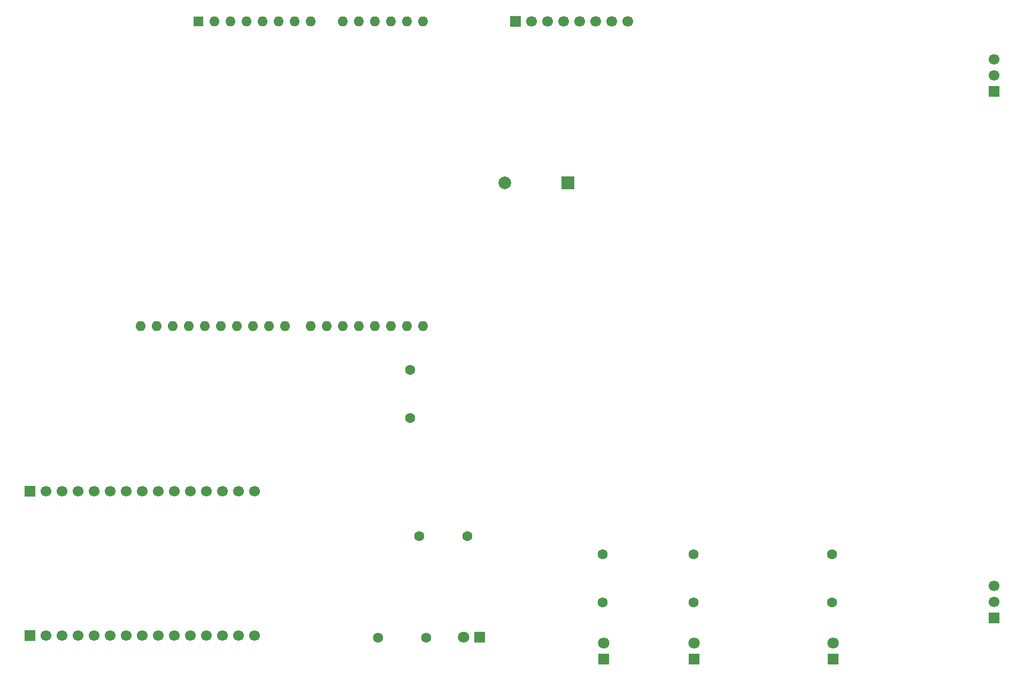
<source format=gbr>
%TF.GenerationSoftware,KiCad,Pcbnew,9.0.7*%
%TF.CreationDate,2026-01-03T22:54:21+01:00*%
%TF.ProjectId,R3Sender,52335365-6e64-4657-922e-6b696361645f,rev?*%
%TF.SameCoordinates,Original*%
%TF.FileFunction,Copper,L1,Top*%
%TF.FilePolarity,Positive*%
%FSLAX46Y46*%
G04 Gerber Fmt 4.6, Leading zero omitted, Abs format (unit mm)*
G04 Created by KiCad (PCBNEW 9.0.7) date 2026-01-03 22:54:21*
%MOMM*%
%LPD*%
G01*
G04 APERTURE LIST*
%TA.AperFunction,ComponentPad*%
%ADD10R,2.000000X2.000000*%
%TD*%
%TA.AperFunction,ComponentPad*%
%ADD11C,2.000000*%
%TD*%
%TA.AperFunction,ComponentPad*%
%ADD12R,1.800000X1.800000*%
%TD*%
%TA.AperFunction,ComponentPad*%
%ADD13C,1.800000*%
%TD*%
%TA.AperFunction,ComponentPad*%
%ADD14R,1.700000X1.700000*%
%TD*%
%TA.AperFunction,ComponentPad*%
%ADD15C,1.700000*%
%TD*%
%TA.AperFunction,ComponentPad*%
%ADD16C,1.600000*%
%TD*%
%TA.AperFunction,ComponentPad*%
%ADD17R,1.600000X1.600000*%
%TD*%
%TA.AperFunction,ComponentPad*%
%ADD18O,1.600000X1.600000*%
%TD*%
G04 APERTURE END LIST*
D10*
%TO.P,BZ1,1,+*%
%TO.N,Net-(A1-D5)*%
X108000000Y-47540000D03*
D11*
%TO.P,BZ1,2,-*%
%TO.N,GND*%
X98000000Y-47540000D03*
%TD*%
D12*
%TO.P,D3,1,K*%
%TO.N,GND*%
X150000000Y-123000000D03*
D13*
%TO.P,D3,2,A*%
%TO.N,Net-(D3-A)*%
X150000000Y-120460000D03*
%TD*%
D14*
%TO.P,J1,1,Pin_1*%
%TO.N,+5V*%
X99720000Y-22000000D03*
D15*
%TO.P,J1,2,Pin_2*%
%TO.N,Net-(A1-D9)*%
X102260000Y-22000000D03*
%TO.P,J1,3,Pin_3*%
%TO.N,GND*%
X104800000Y-22000000D03*
%TO.P,J1,4,Pin_4*%
%TO.N,unconnected-(J1-Pin_4-Pad4)*%
X107340000Y-22000000D03*
%TO.P,J1,5,Pin_5*%
%TO.N,Net-(A1-D12)*%
X109880000Y-22000000D03*
%TO.P,J1,6,Pin_6*%
%TO.N,Net-(A1-D11)*%
X112420000Y-22000000D03*
%TO.P,J1,7,Pin_7*%
%TO.N,Net-(A1-D13)*%
X114960000Y-22000000D03*
%TO.P,J1,8,Pin_8*%
%TO.N,Net-(A1-D10)*%
X117500000Y-22000000D03*
%TD*%
D14*
%TO.P,J4,1,Pin_1*%
%TO.N,unconnected-(J4-Pin_1-Pad1)*%
X22800000Y-119260000D03*
D15*
%TO.P,J4,2,Pin_2*%
%TO.N,GND*%
X25340000Y-119260000D03*
%TO.P,J4,3,Pin_3*%
%TO.N,unconnected-(J4-Pin_3-Pad3)*%
X27880000Y-119260000D03*
%TO.P,J4,4,Pin_4*%
%TO.N,Net-(J4-Pin_4)*%
X30420000Y-119260000D03*
%TO.P,J4,5,Pin_5*%
%TO.N,unconnected-(J4-Pin_5-Pad5)*%
X32960000Y-119260000D03*
%TO.P,J4,6,Pin_6*%
%TO.N,unconnected-(J4-Pin_6-Pad6)*%
X35500000Y-119260000D03*
%TO.P,J4,7,Pin_7*%
%TO.N,unconnected-(J4-Pin_7-Pad7)*%
X38040000Y-119260000D03*
%TO.P,J4,8,Pin_8*%
%TO.N,Net-(J4-Pin_8)*%
X40580000Y-119260000D03*
%TO.P,J4,9,Pin_9*%
%TO.N,unconnected-(J4-Pin_9-Pad9)*%
X43120000Y-119260000D03*
%TO.P,J4,10,Pin_10*%
%TO.N,unconnected-(J4-Pin_10-Pad10)*%
X45660000Y-119260000D03*
%TO.P,J4,11,Pin_11*%
%TO.N,unconnected-(J4-Pin_11-Pad11)*%
X48200000Y-119260000D03*
%TO.P,J4,12,Pin_12*%
%TO.N,unconnected-(J4-Pin_12-Pad12)*%
X50740000Y-119260000D03*
%TO.P,J4,13,Pin_13*%
%TO.N,unconnected-(J4-Pin_13-Pad13)*%
X53280000Y-119260000D03*
%TO.P,J4,14,Pin_14*%
%TO.N,unconnected-(J4-Pin_14-Pad14)*%
X55820000Y-119260000D03*
%TO.P,J4,15,Pin_15*%
%TO.N,unconnected-(J4-Pin_15-Pad15)*%
X58360000Y-119260000D03*
%TD*%
D16*
%TO.P,R2,1*%
%TO.N,Net-(D2-A)*%
X127860000Y-114000000D03*
%TO.P,R2,2*%
%TO.N,Net-(A1-D7)*%
X127860000Y-106380000D03*
%TD*%
%TO.P,R5,1*%
%TO.N,Net-(J4-Pin_4)*%
X83000000Y-84810000D03*
%TO.P,R5,2*%
%TO.N,Net-(A1-D1{slash}TX)*%
X83000000Y-77190000D03*
%TD*%
D17*
%TO.P,A1,1,NC*%
%TO.N,unconnected-(A1-NC-Pad1)*%
X49500000Y-22000000D03*
D18*
%TO.P,A1,2,IOREF*%
%TO.N,unconnected-(A1-IOREF-Pad2)*%
X52040000Y-22000000D03*
%TO.P,A1,3,~{RESET}*%
%TO.N,unconnected-(A1-~{RESET}-Pad3)*%
X54580000Y-22000000D03*
%TO.P,A1,4,3V3*%
%TO.N,unconnected-(A1-3V3-Pad4)*%
X57120000Y-22000000D03*
%TO.P,A1,5,+5V*%
%TO.N,+5V*%
X59660000Y-22000000D03*
%TO.P,A1,6,GND*%
%TO.N,GND*%
X62200000Y-22000000D03*
%TO.P,A1,7,GND*%
X64740000Y-22000000D03*
%TO.P,A1,8,VIN*%
%TO.N,unconnected-(A1-VIN-Pad8)*%
X67280000Y-22000000D03*
%TO.P,A1,9,A0*%
%TO.N,unconnected-(A1-A0-Pad9)*%
X72360000Y-22000000D03*
%TO.P,A1,10,A1*%
%TO.N,unconnected-(A1-A1-Pad10)*%
X74900000Y-22000000D03*
%TO.P,A1,11,A2*%
%TO.N,unconnected-(A1-A2-Pad11)*%
X77440000Y-22000000D03*
%TO.P,A1,12,A3*%
%TO.N,unconnected-(A1-A3-Pad12)*%
X79980000Y-22000000D03*
%TO.P,A1,13,SDA/A4*%
%TO.N,unconnected-(A1-SDA{slash}A4-Pad13)*%
X82520000Y-22000000D03*
%TO.P,A1,14,SCL/A5*%
%TO.N,unconnected-(A1-SCL{slash}A5-Pad14)*%
X85060000Y-22000000D03*
%TO.P,A1,15,D0/RX*%
%TO.N,unconnected-(A1-D0{slash}RX-Pad15)*%
X85060000Y-70260000D03*
%TO.P,A1,16,D1/TX*%
%TO.N,Net-(A1-D1{slash}TX)*%
X82520000Y-70260000D03*
%TO.P,A1,17,D2*%
%TO.N,Net-(A1-D2)*%
X79980000Y-70260000D03*
%TO.P,A1,18,D3*%
%TO.N,Net-(A1-D3)*%
X77440000Y-70260000D03*
%TO.P,A1,19,D4*%
%TO.N,unconnected-(A1-D4-Pad19)*%
X74900000Y-70260000D03*
%TO.P,A1,20,D5*%
%TO.N,Net-(A1-D5)*%
X72360000Y-70260000D03*
%TO.P,A1,21,D6*%
%TO.N,Net-(A1-D6)*%
X69820000Y-70260000D03*
%TO.P,A1,22,D7*%
%TO.N,Net-(A1-D7)*%
X67280000Y-70260000D03*
%TO.P,A1,23,D8*%
%TO.N,Net-(A1-D8)*%
X63220000Y-70260000D03*
%TO.P,A1,24,D9*%
%TO.N,Net-(A1-D9)*%
X60680000Y-70260000D03*
%TO.P,A1,25,D10*%
%TO.N,Net-(A1-D10)*%
X58140000Y-70260000D03*
%TO.P,A1,26,D11*%
%TO.N,Net-(A1-D11)*%
X55600000Y-70260000D03*
%TO.P,A1,27,D12*%
%TO.N,Net-(A1-D12)*%
X53060000Y-70260000D03*
%TO.P,A1,28,D13*%
%TO.N,Net-(A1-D13)*%
X50520000Y-70260000D03*
%TO.P,A1,29,GND*%
%TO.N,GND*%
X47980000Y-70260000D03*
%TO.P,A1,30,AREF*%
%TO.N,unconnected-(A1-AREF-Pad30)*%
X45440000Y-70260000D03*
%TO.P,A1,31,SDA/A4*%
%TO.N,unconnected-(A1-SDA{slash}A4-Pad31)*%
X42900000Y-70260000D03*
%TO.P,A1,32,SCL/A5*%
%TO.N,unconnected-(A1-SCL{slash}A5-Pad32)*%
X40360000Y-70260000D03*
%TD*%
D12*
%TO.P,D4,1,K*%
%TO.N,GND*%
X94000000Y-119500000D03*
D13*
%TO.P,D4,2,A*%
%TO.N,Net-(D4-A)*%
X91460000Y-119500000D03*
%TD*%
D12*
%TO.P,D2,1,K*%
%TO.N,GND*%
X128000000Y-123000000D03*
D13*
%TO.P,D2,2,A*%
%TO.N,Net-(D2-A)*%
X128000000Y-120460000D03*
%TD*%
D16*
%TO.P,R4,1*%
%TO.N,Net-(D4-A)*%
X85570000Y-119640000D03*
%TO.P,R4,2*%
%TO.N,Net-(J4-Pin_8)*%
X77950000Y-119640000D03*
%TD*%
D14*
%TO.P,J2,1,Pin_1*%
%TO.N,GND*%
X175500000Y-33040000D03*
D15*
%TO.P,J2,2,Pin_2*%
%TO.N,+5V*%
X175500000Y-30500000D03*
%TO.P,J2,3,Pin_3*%
%TO.N,Net-(A1-D3)*%
X175500000Y-27960000D03*
%TD*%
D16*
%TO.P,R6,1*%
%TO.N,Net-(J4-Pin_4)*%
X84500000Y-103500000D03*
%TO.P,R6,2*%
%TO.N,GND*%
X92120000Y-103500000D03*
%TD*%
D12*
%TO.P,D1,1,K*%
%TO.N,GND*%
X113640000Y-123000000D03*
D13*
%TO.P,D1,2,A*%
%TO.N,Net-(D1-A)*%
X113640000Y-120460000D03*
%TD*%
D16*
%TO.P,R3,1*%
%TO.N,Net-(D3-A)*%
X149860000Y-114000000D03*
%TO.P,R3,2*%
%TO.N,Net-(A1-D6)*%
X149860000Y-106380000D03*
%TD*%
D14*
%TO.P,J3,1,Pin_1*%
%TO.N,GND*%
X175500000Y-116500000D03*
D15*
%TO.P,J3,2,Pin_2*%
%TO.N,+5V*%
X175500000Y-113960000D03*
%TO.P,J3,3,Pin_3*%
%TO.N,Net-(A1-D2)*%
X175500000Y-111420000D03*
%TD*%
D14*
%TO.P,J5,1,Pin_1*%
%TO.N,+5V*%
X22800000Y-96400000D03*
D15*
%TO.P,J5,2,Pin_2*%
%TO.N,unconnected-(J5-Pin_2-Pad2)*%
X25340000Y-96400000D03*
%TO.P,J5,3,Pin_3*%
%TO.N,unconnected-(J5-Pin_3-Pad3)*%
X27880000Y-96400000D03*
%TO.P,J5,4,Pin_4*%
%TO.N,unconnected-(J5-Pin_4-Pad4)*%
X30420000Y-96400000D03*
%TO.P,J5,5,Pin_5*%
%TO.N,unconnected-(J5-Pin_5-Pad5)*%
X32960000Y-96400000D03*
%TO.P,J5,6,Pin_6*%
%TO.N,unconnected-(J5-Pin_6-Pad6)*%
X35500000Y-96400000D03*
%TO.P,J5,7,Pin_7*%
%TO.N,unconnected-(J5-Pin_7-Pad7)*%
X38040000Y-96400000D03*
%TO.P,J5,8,Pin_8*%
%TO.N,unconnected-(J5-Pin_8-Pad8)*%
X40580000Y-96400000D03*
%TO.P,J5,9,Pin_9*%
%TO.N,unconnected-(J5-Pin_9-Pad9)*%
X43120000Y-96400000D03*
%TO.P,J5,10,Pin_10*%
%TO.N,unconnected-(J5-Pin_10-Pad10)*%
X45660000Y-96400000D03*
%TO.P,J5,11,Pin_11*%
%TO.N,unconnected-(J5-Pin_11-Pad11)*%
X48200000Y-96400000D03*
%TO.P,J5,12,Pin_12*%
%TO.N,unconnected-(J5-Pin_12-Pad12)*%
X50740000Y-96400000D03*
%TO.P,J5,13,Pin_13*%
%TO.N,unconnected-(J5-Pin_13-Pad13)*%
X53280000Y-96400000D03*
%TO.P,J5,14,Pin_14*%
%TO.N,unconnected-(J5-Pin_14-Pad14)*%
X55820000Y-96400000D03*
%TO.P,J5,15,Pin_15*%
%TO.N,unconnected-(J5-Pin_15-Pad15)*%
X58360000Y-96400000D03*
%TD*%
D16*
%TO.P,R1,1*%
%TO.N,Net-(D1-A)*%
X113500000Y-114000000D03*
%TO.P,R1,2*%
%TO.N,Net-(A1-D8)*%
X113500000Y-106380000D03*
%TD*%
M02*

</source>
